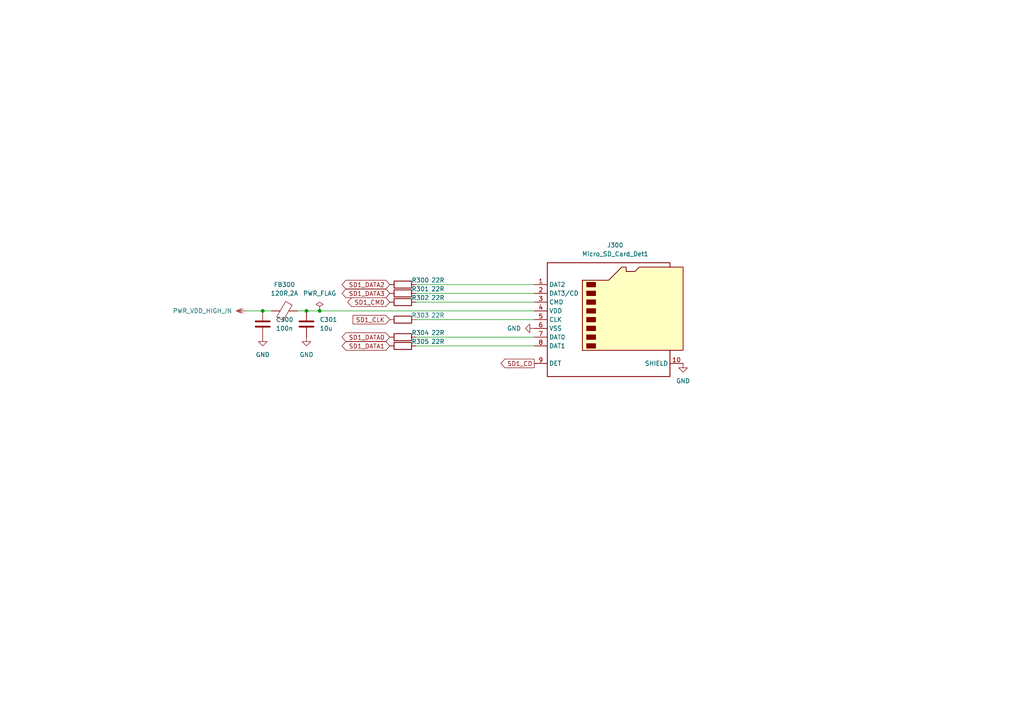
<source format=kicad_sch>
(kicad_sch
	(version 20231120)
	(generator "eeschema")
	(generator_version "8.0")
	(uuid "bee1ea96-3252-4d52-864d-e2ef67d9de4b")
	(paper "A4")
	(title_block
		(title "i.MX6ULL Carrier - SD")
		(date "2024-06-14")
		(rev "0.9.2")
	)
	(lib_symbols
		(symbol "Connector:Micro_SD_Card_Det1"
			(exclude_from_sim no)
			(in_bom yes)
			(on_board yes)
			(property "Reference" "J"
				(at -16.51 17.78 0)
				(effects
					(font
						(size 1.27 1.27)
					)
				)
			)
			(property "Value" "Micro_SD_Card_Det1"
				(at 16.51 17.78 0)
				(effects
					(font
						(size 1.27 1.27)
					)
					(justify right)
				)
			)
			(property "Footprint" ""
				(at 52.07 17.78 0)
				(effects
					(font
						(size 1.27 1.27)
					)
					(hide yes)
				)
			)
			(property "Datasheet" "https://datasheet.lcsc.com/lcsc/2110151630_XKB-Connectivity-XKTF-015-N_C381082.pdf"
				(at 0 2.54 0)
				(effects
					(font
						(size 1.27 1.27)
					)
					(hide yes)
				)
			)
			(property "Description" "Micro SD Card Socket with one card detection pin"
				(at 0 0 0)
				(effects
					(font
						(size 1.27 1.27)
					)
					(hide yes)
				)
			)
			(property "ki_keywords" "connector SD microsd"
				(at 0 0 0)
				(effects
					(font
						(size 1.27 1.27)
					)
					(hide yes)
				)
			)
			(property "ki_fp_filters" "microSD*"
				(at 0 0 0)
				(effects
					(font
						(size 1.27 1.27)
					)
					(hide yes)
				)
			)
			(symbol "Micro_SD_Card_Det1_0_1"
				(rectangle
					(start -7.62 -6.985)
					(end -5.08 -8.255)
					(stroke
						(width 0.254)
						(type default)
					)
					(fill
						(type outline)
					)
				)
				(rectangle
					(start -7.62 -4.445)
					(end -5.08 -5.715)
					(stroke
						(width 0.254)
						(type default)
					)
					(fill
						(type outline)
					)
				)
				(rectangle
					(start -7.62 -1.905)
					(end -5.08 -3.175)
					(stroke
						(width 0.254)
						(type default)
					)
					(fill
						(type outline)
					)
				)
				(rectangle
					(start -7.62 0.635)
					(end -5.08 -0.635)
					(stroke
						(width 0.254)
						(type default)
					)
					(fill
						(type outline)
					)
				)
				(rectangle
					(start -7.62 3.175)
					(end -5.08 1.905)
					(stroke
						(width 0.254)
						(type default)
					)
					(fill
						(type outline)
					)
				)
				(rectangle
					(start -7.62 5.715)
					(end -5.08 4.445)
					(stroke
						(width 0.254)
						(type default)
					)
					(fill
						(type outline)
					)
				)
				(rectangle
					(start -7.62 8.255)
					(end -5.08 6.985)
					(stroke
						(width 0.254)
						(type default)
					)
					(fill
						(type outline)
					)
				)
				(rectangle
					(start -7.62 10.795)
					(end -5.08 9.525)
					(stroke
						(width 0.254)
						(type default)
					)
					(fill
						(type outline)
					)
				)
				(polyline
					(pts
						(xy 16.51 15.24) (xy 16.51 16.51) (xy -19.05 16.51) (xy -19.05 -16.51) (xy 16.51 -16.51) (xy 16.51 -8.89)
					)
					(stroke
						(width 0.254)
						(type default)
					)
					(fill
						(type none)
					)
				)
				(polyline
					(pts
						(xy -8.89 -8.89) (xy -8.89 11.43) (xy -1.27 11.43) (xy 2.54 15.24) (xy 3.81 15.24) (xy 3.81 13.97)
						(xy 6.35 13.97) (xy 7.62 15.24) (xy 20.32 15.24) (xy 20.32 -8.89) (xy -8.89 -8.89)
					)
					(stroke
						(width 0.254)
						(type default)
					)
					(fill
						(type background)
					)
				)
			)
			(symbol "Micro_SD_Card_Det1_1_1"
				(pin bidirectional line
					(at -22.86 10.16 0)
					(length 3.81)
					(name "DAT2"
						(effects
							(font
								(size 1.27 1.27)
							)
						)
					)
					(number "1"
						(effects
							(font
								(size 1.27 1.27)
							)
						)
					)
				)
				(pin passive line
					(at 20.32 -12.7 180)
					(length 3.81)
					(name "SHIELD"
						(effects
							(font
								(size 1.27 1.27)
							)
						)
					)
					(number "10"
						(effects
							(font
								(size 1.27 1.27)
							)
						)
					)
				)
				(pin bidirectional line
					(at -22.86 7.62 0)
					(length 3.81)
					(name "DAT3/CD"
						(effects
							(font
								(size 1.27 1.27)
							)
						)
					)
					(number "2"
						(effects
							(font
								(size 1.27 1.27)
							)
						)
					)
				)
				(pin input line
					(at -22.86 5.08 0)
					(length 3.81)
					(name "CMD"
						(effects
							(font
								(size 1.27 1.27)
							)
						)
					)
					(number "3"
						(effects
							(font
								(size 1.27 1.27)
							)
						)
					)
				)
				(pin power_in line
					(at -22.86 2.54 0)
					(length 3.81)
					(name "VDD"
						(effects
							(font
								(size 1.27 1.27)
							)
						)
					)
					(number "4"
						(effects
							(font
								(size 1.27 1.27)
							)
						)
					)
				)
				(pin input line
					(at -22.86 0 0)
					(length 3.81)
					(name "CLK"
						(effects
							(font
								(size 1.27 1.27)
							)
						)
					)
					(number "5"
						(effects
							(font
								(size 1.27 1.27)
							)
						)
					)
				)
				(pin power_in line
					(at -22.86 -2.54 0)
					(length 3.81)
					(name "VSS"
						(effects
							(font
								(size 1.27 1.27)
							)
						)
					)
					(number "6"
						(effects
							(font
								(size 1.27 1.27)
							)
						)
					)
				)
				(pin bidirectional line
					(at -22.86 -5.08 0)
					(length 3.81)
					(name "DAT0"
						(effects
							(font
								(size 1.27 1.27)
							)
						)
					)
					(number "7"
						(effects
							(font
								(size 1.27 1.27)
							)
						)
					)
				)
				(pin bidirectional line
					(at -22.86 -7.62 0)
					(length 3.81)
					(name "DAT1"
						(effects
							(font
								(size 1.27 1.27)
							)
						)
					)
					(number "8"
						(effects
							(font
								(size 1.27 1.27)
							)
						)
					)
				)
				(pin passive line
					(at -22.86 -12.7 0)
					(length 3.81)
					(name "DET"
						(effects
							(font
								(size 1.27 1.27)
							)
						)
					)
					(number "9"
						(effects
							(font
								(size 1.27 1.27)
							)
						)
					)
				)
			)
		)
		(symbol "Device:C"
			(pin_numbers hide)
			(pin_names
				(offset 0.254)
			)
			(exclude_from_sim no)
			(in_bom yes)
			(on_board yes)
			(property "Reference" "C"
				(at 0.635 2.54 0)
				(effects
					(font
						(size 1.27 1.27)
					)
					(justify left)
				)
			)
			(property "Value" "C"
				(at 0.635 -2.54 0)
				(effects
					(font
						(size 1.27 1.27)
					)
					(justify left)
				)
			)
			(property "Footprint" ""
				(at 0.9652 -3.81 0)
				(effects
					(font
						(size 1.27 1.27)
					)
					(hide yes)
				)
			)
			(property "Datasheet" "~"
				(at 0 0 0)
				(effects
					(font
						(size 1.27 1.27)
					)
					(hide yes)
				)
			)
			(property "Description" "Unpolarized capacitor"
				(at 0 0 0)
				(effects
					(font
						(size 1.27 1.27)
					)
					(hide yes)
				)
			)
			(property "ki_keywords" "cap capacitor"
				(at 0 0 0)
				(effects
					(font
						(size 1.27 1.27)
					)
					(hide yes)
				)
			)
			(property "ki_fp_filters" "C_*"
				(at 0 0 0)
				(effects
					(font
						(size 1.27 1.27)
					)
					(hide yes)
				)
			)
			(symbol "C_0_1"
				(polyline
					(pts
						(xy -2.032 -0.762) (xy 2.032 -0.762)
					)
					(stroke
						(width 0.508)
						(type default)
					)
					(fill
						(type none)
					)
				)
				(polyline
					(pts
						(xy -2.032 0.762) (xy 2.032 0.762)
					)
					(stroke
						(width 0.508)
						(type default)
					)
					(fill
						(type none)
					)
				)
			)
			(symbol "C_1_1"
				(pin passive line
					(at 0 3.81 270)
					(length 2.794)
					(name "~"
						(effects
							(font
								(size 1.27 1.27)
							)
						)
					)
					(number "1"
						(effects
							(font
								(size 1.27 1.27)
							)
						)
					)
				)
				(pin passive line
					(at 0 -3.81 90)
					(length 2.794)
					(name "~"
						(effects
							(font
								(size 1.27 1.27)
							)
						)
					)
					(number "2"
						(effects
							(font
								(size 1.27 1.27)
							)
						)
					)
				)
			)
		)
		(symbol "Device:FerriteBead"
			(pin_numbers hide)
			(pin_names
				(offset 0)
			)
			(exclude_from_sim no)
			(in_bom yes)
			(on_board yes)
			(property "Reference" "FB"
				(at -3.81 0.635 90)
				(effects
					(font
						(size 1.27 1.27)
					)
				)
			)
			(property "Value" "FerriteBead"
				(at 3.81 0 90)
				(effects
					(font
						(size 1.27 1.27)
					)
				)
			)
			(property "Footprint" ""
				(at -1.778 0 90)
				(effects
					(font
						(size 1.27 1.27)
					)
					(hide yes)
				)
			)
			(property "Datasheet" "~"
				(at 0 0 0)
				(effects
					(font
						(size 1.27 1.27)
					)
					(hide yes)
				)
			)
			(property "Description" "Ferrite bead"
				(at 0 0 0)
				(effects
					(font
						(size 1.27 1.27)
					)
					(hide yes)
				)
			)
			(property "ki_keywords" "L ferrite bead inductor filter"
				(at 0 0 0)
				(effects
					(font
						(size 1.27 1.27)
					)
					(hide yes)
				)
			)
			(property "ki_fp_filters" "Inductor_* L_* *Ferrite*"
				(at 0 0 0)
				(effects
					(font
						(size 1.27 1.27)
					)
					(hide yes)
				)
			)
			(symbol "FerriteBead_0_1"
				(polyline
					(pts
						(xy 0 -1.27) (xy 0 -1.2192)
					)
					(stroke
						(width 0)
						(type default)
					)
					(fill
						(type none)
					)
				)
				(polyline
					(pts
						(xy 0 1.27) (xy 0 1.2954)
					)
					(stroke
						(width 0)
						(type default)
					)
					(fill
						(type none)
					)
				)
				(polyline
					(pts
						(xy -2.7686 0.4064) (xy -1.7018 2.2606) (xy 2.7686 -0.3048) (xy 1.6764 -2.159) (xy -2.7686 0.4064)
					)
					(stroke
						(width 0)
						(type default)
					)
					(fill
						(type none)
					)
				)
			)
			(symbol "FerriteBead_1_1"
				(pin passive line
					(at 0 3.81 270)
					(length 2.54)
					(name "~"
						(effects
							(font
								(size 1.27 1.27)
							)
						)
					)
					(number "1"
						(effects
							(font
								(size 1.27 1.27)
							)
						)
					)
				)
				(pin passive line
					(at 0 -3.81 90)
					(length 2.54)
					(name "~"
						(effects
							(font
								(size 1.27 1.27)
							)
						)
					)
					(number "2"
						(effects
							(font
								(size 1.27 1.27)
							)
						)
					)
				)
			)
		)
		(symbol "Device:R"
			(pin_numbers hide)
			(pin_names
				(offset 0)
			)
			(exclude_from_sim no)
			(in_bom yes)
			(on_board yes)
			(property "Reference" "R"
				(at 2.032 0 90)
				(effects
					(font
						(size 1.27 1.27)
					)
				)
			)
			(property "Value" "R"
				(at 0 0 90)
				(effects
					(font
						(size 1.27 1.27)
					)
				)
			)
			(property "Footprint" ""
				(at -1.778 0 90)
				(effects
					(font
						(size 1.27 1.27)
					)
					(hide yes)
				)
			)
			(property "Datasheet" "~"
				(at 0 0 0)
				(effects
					(font
						(size 1.27 1.27)
					)
					(hide yes)
				)
			)
			(property "Description" "Resistor"
				(at 0 0 0)
				(effects
					(font
						(size 1.27 1.27)
					)
					(hide yes)
				)
			)
			(property "ki_keywords" "R res resistor"
				(at 0 0 0)
				(effects
					(font
						(size 1.27 1.27)
					)
					(hide yes)
				)
			)
			(property "ki_fp_filters" "R_*"
				(at 0 0 0)
				(effects
					(font
						(size 1.27 1.27)
					)
					(hide yes)
				)
			)
			(symbol "R_0_1"
				(rectangle
					(start -1.016 -2.54)
					(end 1.016 2.54)
					(stroke
						(width 0.254)
						(type default)
					)
					(fill
						(type none)
					)
				)
			)
			(symbol "R_1_1"
				(pin passive line
					(at 0 3.81 270)
					(length 1.27)
					(name "~"
						(effects
							(font
								(size 1.27 1.27)
							)
						)
					)
					(number "1"
						(effects
							(font
								(size 1.27 1.27)
							)
						)
					)
				)
				(pin passive line
					(at 0 -3.81 90)
					(length 1.27)
					(name "~"
						(effects
							(font
								(size 1.27 1.27)
							)
						)
					)
					(number "2"
						(effects
							(font
								(size 1.27 1.27)
							)
						)
					)
				)
			)
		)
		(symbol "PWR_VDD_HIGH_IN_1"
			(power)
			(pin_numbers hide)
			(pin_names hide)
			(exclude_from_sim no)
			(in_bom no)
			(on_board no)
			(property "Reference" "#PWR_VDD_HIGH_IN"
				(at 0 0 0)
				(effects
					(font
						(size 1.27 1.27)
					)
					(hide yes)
				)
			)
			(property "Value" "PWR_VDD_HIGH_IN"
				(at 0 0 0)
				(effects
					(font
						(size 1.27 1.27)
					)
				)
			)
			(property "Footprint" ""
				(at 0 0 0)
				(effects
					(font
						(size 1.27 1.27)
					)
					(hide yes)
				)
			)
			(property "Datasheet" ""
				(at 0 0 0)
				(effects
					(font
						(size 1.27 1.27)
					)
					(hide yes)
				)
			)
			(property "Description" ""
				(at 0 0 0)
				(effects
					(font
						(size 1.27 1.27)
					)
					(hide yes)
				)
			)
			(symbol "PWR_VDD_HIGH_IN_1_0_1"
				(polyline
					(pts
						(xy -0.635 0.635) (xy 0 1.905)
					)
					(stroke
						(width 0)
						(type default)
					)
					(fill
						(type none)
					)
				)
				(polyline
					(pts
						(xy -0.635 1.27) (xy 0 2.54)
					)
					(stroke
						(width 0)
						(type default)
					)
					(fill
						(type none)
					)
				)
				(polyline
					(pts
						(xy 0 2.54) (xy 0 0)
					)
					(stroke
						(width 0)
						(type default)
					)
					(fill
						(type none)
					)
				)
				(polyline
					(pts
						(xy 0.635 0.635) (xy 0 1.905)
					)
					(stroke
						(width 0)
						(type default)
					)
					(fill
						(type none)
					)
				)
				(polyline
					(pts
						(xy 0.635 1.27) (xy 0 2.54)
					)
					(stroke
						(width 0)
						(type default)
					)
					(fill
						(type none)
					)
				)
			)
			(symbol "PWR_VDD_HIGH_IN_1_1_1"
				(pin power_in line
					(at 0 0 0)
					(length 0)
					(name ""
						(effects
							(font
								(size 1.27 1.27)
							)
						)
					)
					(number "1"
						(effects
							(font
								(size 1.27 1.27)
							)
						)
					)
				)
			)
		)
		(symbol "power:GND"
			(power)
			(pin_numbers hide)
			(pin_names
				(offset 0) hide)
			(exclude_from_sim no)
			(in_bom yes)
			(on_board yes)
			(property "Reference" "#PWR"
				(at 0 -6.35 0)
				(effects
					(font
						(size 1.27 1.27)
					)
					(hide yes)
				)
			)
			(property "Value" "GND"
				(at 0 -3.81 0)
				(effects
					(font
						(size 1.27 1.27)
					)
				)
			)
			(property "Footprint" ""
				(at 0 0 0)
				(effects
					(font
						(size 1.27 1.27)
					)
					(hide yes)
				)
			)
			(property "Datasheet" ""
				(at 0 0 0)
				(effects
					(font
						(size 1.27 1.27)
					)
					(hide yes)
				)
			)
			(property "Description" "Power symbol creates a global label with name \"GND\" , ground"
				(at 0 0 0)
				(effects
					(font
						(size 1.27 1.27)
					)
					(hide yes)
				)
			)
			(property "ki_keywords" "global power"
				(at 0 0 0)
				(effects
					(font
						(size 1.27 1.27)
					)
					(hide yes)
				)
			)
			(symbol "GND_0_1"
				(polyline
					(pts
						(xy 0 0) (xy 0 -1.27) (xy 1.27 -1.27) (xy 0 -2.54) (xy -1.27 -1.27) (xy 0 -1.27)
					)
					(stroke
						(width 0)
						(type default)
					)
					(fill
						(type none)
					)
				)
			)
			(symbol "GND_1_1"
				(pin power_in line
					(at 0 0 270)
					(length 0)
					(name "~"
						(effects
							(font
								(size 1.27 1.27)
							)
						)
					)
					(number "1"
						(effects
							(font
								(size 1.27 1.27)
							)
						)
					)
				)
			)
		)
		(symbol "power:PWR_FLAG"
			(power)
			(pin_numbers hide)
			(pin_names
				(offset 0) hide)
			(exclude_from_sim no)
			(in_bom yes)
			(on_board yes)
			(property "Reference" "#FLG"
				(at 0 1.905 0)
				(effects
					(font
						(size 1.27 1.27)
					)
					(hide yes)
				)
			)
			(property "Value" "PWR_FLAG"
				(at 0 3.81 0)
				(effects
					(font
						(size 1.27 1.27)
					)
				)
			)
			(property "Footprint" ""
				(at 0 0 0)
				(effects
					(font
						(size 1.27 1.27)
					)
					(hide yes)
				)
			)
			(property "Datasheet" "~"
				(at 0 0 0)
				(effects
					(font
						(size 1.27 1.27)
					)
					(hide yes)
				)
			)
			(property "Description" "Special symbol for telling ERC where power comes from"
				(at 0 0 0)
				(effects
					(font
						(size 1.27 1.27)
					)
					(hide yes)
				)
			)
			(property "ki_keywords" "flag power"
				(at 0 0 0)
				(effects
					(font
						(size 1.27 1.27)
					)
					(hide yes)
				)
			)
			(symbol "PWR_FLAG_0_0"
				(pin power_out line
					(at 0 0 90)
					(length 0)
					(name "~"
						(effects
							(font
								(size 1.27 1.27)
							)
						)
					)
					(number "1"
						(effects
							(font
								(size 1.27 1.27)
							)
						)
					)
				)
			)
			(symbol "PWR_FLAG_0_1"
				(polyline
					(pts
						(xy 0 0) (xy 0 1.27) (xy -1.016 1.905) (xy 0 2.54) (xy 1.016 1.905) (xy 0 1.27)
					)
					(stroke
						(width 0)
						(type default)
					)
					(fill
						(type none)
					)
				)
			)
		)
	)
	(junction
		(at 76.2 90.17)
		(diameter 0)
		(color 0 0 0 0)
		(uuid "6b387e22-4727-4de6-88f2-5b9efd66524d")
	)
	(junction
		(at 92.71 90.17)
		(diameter 0)
		(color 0 0 0 0)
		(uuid "d47c51eb-bef9-482a-98d8-29b2e47b57cb")
	)
	(junction
		(at 88.9 90.17)
		(diameter 0)
		(color 0 0 0 0)
		(uuid "ebbacb87-2121-4c58-8a5a-008438d9b6dc")
	)
	(wire
		(pts
			(xy 76.2 90.17) (xy 78.74 90.17)
		)
		(stroke
			(width 0)
			(type default)
		)
		(uuid "04cd73c7-a27c-46f6-ba65-1cab949b1e09")
	)
	(wire
		(pts
			(xy 88.9 90.17) (xy 92.71 90.17)
		)
		(stroke
			(width 0)
			(type default)
		)
		(uuid "1215b418-6a2c-4b88-bbd9-5e52293418b1")
	)
	(wire
		(pts
			(xy 120.65 85.09) (xy 154.94 85.09)
		)
		(stroke
			(width 0)
			(type default)
		)
		(uuid "1def8485-1835-484a-9436-e3f4a9c5a285")
	)
	(wire
		(pts
			(xy 86.36 90.17) (xy 88.9 90.17)
		)
		(stroke
			(width 0)
			(type default)
		)
		(uuid "27a422b5-787c-4e96-ad0e-b8c5d30cac6e")
	)
	(wire
		(pts
			(xy 71.12 90.17) (xy 76.2 90.17)
		)
		(stroke
			(width 0)
			(type default)
		)
		(uuid "31bf7590-68b9-4d78-acdc-02c8b18d3c1c")
	)
	(wire
		(pts
			(xy 120.65 100.33) (xy 154.94 100.33)
		)
		(stroke
			(width 0)
			(type default)
		)
		(uuid "6338fc5e-af73-4cb3-942d-0d595d7ad63f")
	)
	(wire
		(pts
			(xy 120.65 97.79) (xy 154.94 97.79)
		)
		(stroke
			(width 0)
			(type default)
		)
		(uuid "772897ba-97ae-4ae9-b5a6-0f18b9044b5c")
	)
	(wire
		(pts
			(xy 120.65 92.71) (xy 154.94 92.71)
		)
		(stroke
			(width 0)
			(type default)
		)
		(uuid "9b287ec5-52c6-40fa-9436-be23de140126")
	)
	(wire
		(pts
			(xy 120.65 87.63) (xy 154.94 87.63)
		)
		(stroke
			(width 0)
			(type default)
		)
		(uuid "d8d0d658-0a03-45a5-b90c-da414ac0faca")
	)
	(wire
		(pts
			(xy 120.65 82.55) (xy 154.94 82.55)
		)
		(stroke
			(width 0)
			(type default)
		)
		(uuid "f28d5115-fe06-420c-bc9f-d8f5c79d8dd1")
	)
	(wire
		(pts
			(xy 92.71 90.17) (xy 154.94 90.17)
		)
		(stroke
			(width 0)
			(type default)
		)
		(uuid "fb333fb7-b7f4-4e77-8b0e-bef8e5785461")
	)
	(global_label "SD1_DATA1"
		(shape bidirectional)
		(at 113.03 100.33 180)
		(effects
			(font
				(size 1.27 1.27)
			)
			(justify right)
		)
		(uuid "44222fd4-3009-47dd-be4c-a72d00f51dbe")
		(property "Intersheetrefs" "${INTERSHEET_REFS}"
			(at 113.03 100.33 0)
			(effects
				(font
					(size 1.27 1.27)
				)
				(hide yes)
			)
		)
	)
	(global_label "SD1_CD"
		(shape output)
		(at 154.94 105.41 180)
		(fields_autoplaced yes)
		(effects
			(font
				(size 1.27 1.27)
			)
			(justify right)
		)
		(uuid "56da73a8-8a1c-4a8f-b124-08d34c244b4f")
		(property "Intersheetrefs" "${INTERSHEET_REFS}"
			(at 144.7582 105.41 0)
			(effects
				(font
					(size 1.27 1.27)
				)
				(justify right)
				(hide yes)
			)
		)
	)
	(global_label "SD1_DATA3"
		(shape bidirectional)
		(at 113.03 85.09 180)
		(effects
			(font
				(size 1.27 1.27)
			)
			(justify right)
		)
		(uuid "62a2f669-a37c-4dcc-8a2c-1674ff4b696d")
		(property "Intersheetrefs" "${INTERSHEET_REFS}"
			(at 113.03 85.09 0)
			(effects
				(font
					(size 1.27 1.27)
				)
				(hide yes)
			)
		)
	)
	(global_label "SD1_CMD"
		(shape bidirectional)
		(at 113.03 87.63 180)
		(fields_autoplaced yes)
		(effects
			(font
				(size 1.27 1.27)
			)
			(justify right)
		)
		(uuid "83aac02f-688f-4e4c-ac72-83081d4c93a5")
		(property "Intersheetrefs" "${INTERSHEET_REFS}"
			(at 100.2855 87.63 0)
			(effects
				(font
					(size 1.27 1.27)
				)
				(justify right)
				(hide yes)
			)
		)
	)
	(global_label "SD1_DATA2"
		(shape bidirectional)
		(at 113.03 82.55 180)
		(effects
			(font
				(size 1.27 1.27)
			)
			(justify right)
		)
		(uuid "88fd64e8-b2ff-4eb6-b338-b8081fbf35f8")
		(property "Intersheetrefs" "${INTERSHEET_REFS}"
			(at 113.03 82.55 0)
			(effects
				(font
					(size 1.27 1.27)
				)
				(hide yes)
			)
		)
	)
	(global_label "SD1_CLK"
		(shape input)
		(at 113.03 92.71 180)
		(fields_autoplaced yes)
		(effects
			(font
				(size 1.27 1.27)
			)
			(justify right)
		)
		(uuid "e4bd8fac-017c-408f-852a-8dbb30bbd4c9")
		(property "Intersheetrefs" "${INTERSHEET_REFS}"
			(at 101.8201 92.71 0)
			(effects
				(font
					(size 1.27 1.27)
				)
				(justify right)
				(hide yes)
			)
		)
	)
	(global_label "SD1_DATA0"
		(shape bidirectional)
		(at 113.03 97.79 180)
		(effects
			(font
				(size 1.27 1.27)
			)
			(justify right)
		)
		(uuid "ea251241-e426-4340-a4fd-3ad26a61cef2")
		(property "Intersheetrefs" "${INTERSHEET_REFS}"
			(at 113.03 97.79 0)
			(effects
				(font
					(size 1.27 1.27)
				)
				(hide yes)
			)
		)
	)
	(symbol
		(lib_id "Device:C")
		(at 88.9 93.98 0)
		(unit 1)
		(exclude_from_sim no)
		(in_bom yes)
		(on_board yes)
		(dnp no)
		(fields_autoplaced yes)
		(uuid "05c418c4-8810-440a-8b31-a91670965e82")
		(property "Reference" "C301"
			(at 92.71 92.7099 0)
			(effects
				(font
					(size 1.27 1.27)
				)
				(justify left)
			)
		)
		(property "Value" "10u"
			(at 92.71 95.2499 0)
			(effects
				(font
					(size 1.27 1.27)
				)
				(justify left)
			)
		)
		(property "Footprint" "Capacitor_SMD:C_0603_1608Metric"
			(at 89.8652 97.79 0)
			(effects
				(font
					(size 1.27 1.27)
				)
				(hide yes)
			)
		)
		(property "Datasheet" "~"
			(at 88.9 93.98 0)
			(effects
				(font
					(size 1.27 1.27)
				)
				(hide yes)
			)
		)
		(property "Description" "Unpolarized capacitor"
			(at 88.9 93.98 0)
			(effects
				(font
					(size 1.27 1.27)
				)
				(hide yes)
			)
		)
		(pin "1"
			(uuid "f28b05d5-4e73-4c3b-b2aa-6083e9094641")
		)
		(pin "2"
			(uuid "e0044d03-0aaf-4882-b36b-9b14d22ffe5d")
		)
		(instances
			(project "i.MX6ULL Carrier"
				(path "/b811b355-39e8-4ef4-949d-2a1589ccc51f/8bcf67c9-fb94-4a40-9df9-7f04061c7a36"
					(reference "C301")
					(unit 1)
				)
			)
		)
	)
	(symbol
		(lib_name "PWR_VDD_HIGH_IN_1")
		(lib_id "i.MX6ULL Carrier:PWR_VDD_HIGH_IN")
		(at 71.12 90.17 90)
		(unit 1)
		(exclude_from_sim no)
		(in_bom no)
		(on_board no)
		(dnp no)
		(fields_autoplaced yes)
		(uuid "24e611c4-5b46-4f27-98ff-d18d4ca0c94c")
		(property "Reference" "#PWR_VDD_HIGH_IN0300"
			(at 71.12 90.17 0)
			(effects
				(font
					(size 1.27 1.27)
				)
				(hide yes)
			)
		)
		(property "Value" "PWR_VDD_HIGH_IN"
			(at 67.31 90.1699 90)
			(effects
				(font
					(size 1.27 1.27)
				)
				(justify left)
			)
		)
		(property "Footprint" ""
			(at 71.12 90.17 0)
			(effects
				(font
					(size 1.27 1.27)
				)
				(hide yes)
			)
		)
		(property "Datasheet" ""
			(at 71.12 90.17 0)
			(effects
				(font
					(size 1.27 1.27)
				)
				(hide yes)
			)
		)
		(property "Description" ""
			(at 71.12 90.17 0)
			(effects
				(font
					(size 1.27 1.27)
				)
				(hide yes)
			)
		)
		(pin "1"
			(uuid "6a62fc54-cde5-42de-8b8a-8030c31dfc89")
		)
		(instances
			(project "i.MX6ULL Carrier"
				(path "/b811b355-39e8-4ef4-949d-2a1589ccc51f/8bcf67c9-fb94-4a40-9df9-7f04061c7a36"
					(reference "#PWR_VDD_HIGH_IN0300")
					(unit 1)
				)
			)
		)
	)
	(symbol
		(lib_id "power:GND")
		(at 154.94 95.25 270)
		(unit 1)
		(exclude_from_sim no)
		(in_bom yes)
		(on_board yes)
		(dnp no)
		(fields_autoplaced yes)
		(uuid "3007647e-c999-436a-b18b-82aabd3d301e")
		(property "Reference" "#PWR0300"
			(at 148.59 95.25 0)
			(effects
				(font
					(size 1.27 1.27)
				)
				(hide yes)
			)
		)
		(property "Value" "GND"
			(at 151.13 95.2499 90)
			(effects
				(font
					(size 1.27 1.27)
				)
				(justify right)
			)
		)
		(property "Footprint" ""
			(at 154.94 95.25 0)
			(effects
				(font
					(size 1.27 1.27)
				)
				(hide yes)
			)
		)
		(property "Datasheet" ""
			(at 154.94 95.25 0)
			(effects
				(font
					(size 1.27 1.27)
				)
				(hide yes)
			)
		)
		(property "Description" "Power symbol creates a global label with name \"GND\" , ground"
			(at 154.94 95.25 0)
			(effects
				(font
					(size 1.27 1.27)
				)
				(hide yes)
			)
		)
		(pin "1"
			(uuid "c3525a9f-2851-4306-b375-ece3de26286c")
		)
		(instances
			(project "i.MX6ULL Carrier"
				(path "/b811b355-39e8-4ef4-949d-2a1589ccc51f/8bcf67c9-fb94-4a40-9df9-7f04061c7a36"
					(reference "#PWR0300")
					(unit 1)
				)
			)
		)
	)
	(symbol
		(lib_id "Device:R")
		(at 116.84 82.55 270)
		(unit 1)
		(exclude_from_sim no)
		(in_bom yes)
		(on_board yes)
		(dnp no)
		(uuid "321b93df-d50c-4ce1-86c5-dd260191d538")
		(property "Reference" "R300"
			(at 121.92 81.28 90)
			(effects
				(font
					(size 1.27 1.27)
				)
			)
		)
		(property "Value" "22R"
			(at 127 81.28 90)
			(effects
				(font
					(size 1.27 1.27)
				)
			)
		)
		(property "Footprint" "Resistor_SMD:R_0603_1608Metric"
			(at 116.84 80.772 90)
			(effects
				(font
					(size 1.27 1.27)
				)
				(hide yes)
			)
		)
		(property "Datasheet" "~"
			(at 116.84 82.55 0)
			(effects
				(font
					(size 1.27 1.27)
				)
				(hide yes)
			)
		)
		(property "Description" "Resistor"
			(at 116.84 82.55 0)
			(effects
				(font
					(size 1.27 1.27)
				)
				(hide yes)
			)
		)
		(pin "2"
			(uuid "da8d3727-4dff-47f5-842e-2ce9cb5b0847")
		)
		(pin "1"
			(uuid "4aa2f37d-5134-44c0-b9c2-f18054651b70")
		)
		(instances
			(project "i.MX6ULL Carrier"
				(path "/b811b355-39e8-4ef4-949d-2a1589ccc51f/8bcf67c9-fb94-4a40-9df9-7f04061c7a36"
					(reference "R300")
					(unit 1)
				)
			)
		)
	)
	(symbol
		(lib_id "Device:R")
		(at 116.84 85.09 270)
		(unit 1)
		(exclude_from_sim no)
		(in_bom yes)
		(on_board yes)
		(dnp no)
		(uuid "4899e8e0-dd1f-4fa0-bee2-fb53cc232c3a")
		(property "Reference" "R301"
			(at 121.92 83.82 90)
			(effects
				(font
					(size 1.27 1.27)
				)
			)
		)
		(property "Value" "22R"
			(at 127 83.82 90)
			(effects
				(font
					(size 1.27 1.27)
				)
			)
		)
		(property "Footprint" "Resistor_SMD:R_0603_1608Metric"
			(at 116.84 83.312 90)
			(effects
				(font
					(size 1.27 1.27)
				)
				(hide yes)
			)
		)
		(property "Datasheet" "~"
			(at 116.84 85.09 0)
			(effects
				(font
					(size 1.27 1.27)
				)
				(hide yes)
			)
		)
		(property "Description" "Resistor"
			(at 116.84 85.09 0)
			(effects
				(font
					(size 1.27 1.27)
				)
				(hide yes)
			)
		)
		(pin "2"
			(uuid "d2c0cda7-0276-4236-adb8-b03239dead7b")
		)
		(pin "1"
			(uuid "fceac40c-ee1e-46f7-8f97-dc4125472317")
		)
		(instances
			(project "i.MX6ULL Carrier"
				(path "/b811b355-39e8-4ef4-949d-2a1589ccc51f/8bcf67c9-fb94-4a40-9df9-7f04061c7a36"
					(reference "R301")
					(unit 1)
				)
			)
		)
	)
	(symbol
		(lib_id "power:PWR_FLAG")
		(at 92.71 90.17 0)
		(unit 1)
		(exclude_from_sim no)
		(in_bom yes)
		(on_board yes)
		(dnp no)
		(fields_autoplaced yes)
		(uuid "4d7766fa-80a1-4004-8807-a6f41e7fefc5")
		(property "Reference" "#FLG0300"
			(at 92.71 88.265 0)
			(effects
				(font
					(size 1.27 1.27)
				)
				(hide yes)
			)
		)
		(property "Value" "PWR_FLAG"
			(at 92.71 85.09 0)
			(effects
				(font
					(size 1.27 1.27)
				)
			)
		)
		(property "Footprint" ""
			(at 92.71 90.17 0)
			(effects
				(font
					(size 1.27 1.27)
				)
				(hide yes)
			)
		)
		(property "Datasheet" "~"
			(at 92.71 90.17 0)
			(effects
				(font
					(size 1.27 1.27)
				)
				(hide yes)
			)
		)
		(property "Description" "Special symbol for telling ERC where power comes from"
			(at 92.71 90.17 0)
			(effects
				(font
					(size 1.27 1.27)
				)
				(hide yes)
			)
		)
		(pin "1"
			(uuid "3ccc859c-46a0-46b3-88dd-bd92453e389f")
		)
		(instances
			(project "i.MX6ULL Carrier"
				(path "/b811b355-39e8-4ef4-949d-2a1589ccc51f/8bcf67c9-fb94-4a40-9df9-7f04061c7a36"
					(reference "#FLG0300")
					(unit 1)
				)
			)
		)
	)
	(symbol
		(lib_id "Device:FerriteBead")
		(at 82.55 90.17 90)
		(unit 1)
		(exclude_from_sim no)
		(in_bom yes)
		(on_board yes)
		(dnp no)
		(fields_autoplaced yes)
		(uuid "5c966861-580d-4b74-beb9-ed05b25d9dc1")
		(property "Reference" "FB300"
			(at 82.4992 82.55 90)
			(effects
				(font
					(size 1.27 1.27)
				)
			)
		)
		(property "Value" "120R,2A"
			(at 82.4992 85.09 90)
			(effects
				(font
					(size 1.27 1.27)
				)
			)
		)
		(property "Footprint" "Inductor_SMD:L_0603_1608Metric"
			(at 82.55 91.948 90)
			(effects
				(font
					(size 1.27 1.27)
				)
				(hide yes)
			)
		)
		(property "Datasheet" "~"
			(at 82.55 90.17 0)
			(effects
				(font
					(size 1.27 1.27)
				)
				(hide yes)
			)
		)
		(property "Description" "Ferrite bead"
			(at 82.55 90.17 0)
			(effects
				(font
					(size 1.27 1.27)
				)
				(hide yes)
			)
		)
		(pin "2"
			(uuid "4dfaab40-14b1-471a-b4a0-ed0dddfbae2b")
		)
		(pin "1"
			(uuid "9d895dbb-2fc4-48e0-9f79-cf635ea8786e")
		)
		(instances
			(project "i.MX6ULL Carrier"
				(path "/b811b355-39e8-4ef4-949d-2a1589ccc51f/8bcf67c9-fb94-4a40-9df9-7f04061c7a36"
					(reference "FB300")
					(unit 1)
				)
			)
		)
	)
	(symbol
		(lib_id "power:GND")
		(at 88.9 97.79 0)
		(unit 1)
		(exclude_from_sim no)
		(in_bom yes)
		(on_board yes)
		(dnp no)
		(fields_autoplaced yes)
		(uuid "6c7fbc6a-1329-4ffe-97dd-da6cde53d76f")
		(property "Reference" "#PWR0302"
			(at 88.9 104.14 0)
			(effects
				(font
					(size 1.27 1.27)
				)
				(hide yes)
			)
		)
		(property "Value" "GND"
			(at 88.9 102.87 0)
			(effects
				(font
					(size 1.27 1.27)
				)
			)
		)
		(property "Footprint" ""
			(at 88.9 97.79 0)
			(effects
				(font
					(size 1.27 1.27)
				)
				(hide yes)
			)
		)
		(property "Datasheet" ""
			(at 88.9 97.79 0)
			(effects
				(font
					(size 1.27 1.27)
				)
				(hide yes)
			)
		)
		(property "Description" "Power symbol creates a global label with name \"GND\" , ground"
			(at 88.9 97.79 0)
			(effects
				(font
					(size 1.27 1.27)
				)
				(hide yes)
			)
		)
		(pin "1"
			(uuid "a6391567-c804-4f4b-9b05-dc41c4734353")
		)
		(instances
			(project "i.MX6ULL Carrier"
				(path "/b811b355-39e8-4ef4-949d-2a1589ccc51f/8bcf67c9-fb94-4a40-9df9-7f04061c7a36"
					(reference "#PWR0302")
					(unit 1)
				)
			)
		)
	)
	(symbol
		(lib_id "Device:R")
		(at 116.84 87.63 270)
		(unit 1)
		(exclude_from_sim no)
		(in_bom yes)
		(on_board yes)
		(dnp no)
		(uuid "6fe0fb0a-ebed-4c81-a641-55557bd05327")
		(property "Reference" "R302"
			(at 121.92 86.36 90)
			(effects
				(font
					(size 1.27 1.27)
				)
			)
		)
		(property "Value" "22R"
			(at 127 86.36 90)
			(effects
				(font
					(size 1.27 1.27)
				)
			)
		)
		(property "Footprint" "Resistor_SMD:R_0603_1608Metric"
			(at 116.84 85.852 90)
			(effects
				(font
					(size 1.27 1.27)
				)
				(hide yes)
			)
		)
		(property "Datasheet" "~"
			(at 116.84 87.63 0)
			(effects
				(font
					(size 1.27 1.27)
				)
				(hide yes)
			)
		)
		(property "Description" "Resistor"
			(at 116.84 87.63 0)
			(effects
				(font
					(size 1.27 1.27)
				)
				(hide yes)
			)
		)
		(pin "2"
			(uuid "0cfc967d-05f0-4c8f-90f6-b8044d0dc8b3")
		)
		(pin "1"
			(uuid "5817db20-fa43-4c05-9164-445e1205f4c5")
		)
		(instances
			(project "i.MX6ULL Carrier"
				(path "/b811b355-39e8-4ef4-949d-2a1589ccc51f/8bcf67c9-fb94-4a40-9df9-7f04061c7a36"
					(reference "R302")
					(unit 1)
				)
			)
		)
	)
	(symbol
		(lib_id "Connector:Micro_SD_Card_Det1")
		(at 177.8 92.71 0)
		(unit 1)
		(exclude_from_sim no)
		(in_bom yes)
		(on_board yes)
		(dnp no)
		(fields_autoplaced yes)
		(uuid "80cef148-7bf9-461d-8056-decad7352068")
		(property "Reference" "J300"
			(at 178.435 71.12 0)
			(effects
				(font
					(size 1.27 1.27)
				)
			)
		)
		(property "Value" "Micro_SD_Card_Det1"
			(at 178.435 73.66 0)
			(effects
				(font
					(size 1.27 1.27)
				)
			)
		)
		(property "Footprint" "i.MX6ULL_Carrier:microSD_SHOUHAN_TFPush"
			(at 229.87 74.93 0)
			(effects
				(font
					(size 1.27 1.27)
				)
				(hide yes)
			)
		)
		(property "Datasheet" "https://datasheet.lcsc.com/lcsc/2110151630_XKB-Connectivity-XKTF-015-N_C381082.pdf"
			(at 177.8 90.17 0)
			(effects
				(font
					(size 1.27 1.27)
				)
				(hide yes)
			)
		)
		(property "Description" "Micro SD Card Socket with one card detection pin"
			(at 177.8 92.71 0)
			(effects
				(font
					(size 1.27 1.27)
				)
				(hide yes)
			)
		)
		(pin "5"
			(uuid "e38bf805-cd96-43c1-876e-f777aa805b36")
		)
		(pin "8"
			(uuid "7289470a-6509-41e2-af06-6a3d40105571")
		)
		(pin "10"
			(uuid "76af36ee-521a-407a-8c03-6cbc2a2c973a")
		)
		(pin "7"
			(uuid "d8a733cf-3c51-4138-ac3a-e1a805a8a804")
		)
		(pin "3"
			(uuid "cb75da08-a990-4d3e-ae2b-87d6672357df")
		)
		(pin "2"
			(uuid "6bbf5ff3-5eb5-403a-ad85-dd35d848e506")
		)
		(pin "9"
			(uuid "a22b6ac3-3120-4c82-889b-0cf1bc0b23ee")
		)
		(pin "6"
			(uuid "a4546f44-6cf6-4af6-ad5d-88122474b7fe")
		)
		(pin "1"
			(uuid "b1b5c961-42e5-4bc8-be6b-5510edb1ad55")
		)
		(pin "4"
			(uuid "f7b6ce89-c21a-4096-b4a1-2be22b3b3461")
		)
		(instances
			(project "i.MX6ULL Carrier"
				(path "/b811b355-39e8-4ef4-949d-2a1589ccc51f/8bcf67c9-fb94-4a40-9df9-7f04061c7a36"
					(reference "J300")
					(unit 1)
				)
			)
		)
	)
	(symbol
		(lib_id "power:GND")
		(at 76.2 97.79 0)
		(unit 1)
		(exclude_from_sim no)
		(in_bom yes)
		(on_board yes)
		(dnp no)
		(fields_autoplaced yes)
		(uuid "82089bcd-4b3e-4dac-a4dc-1ce167011440")
		(property "Reference" "#PWR0301"
			(at 76.2 104.14 0)
			(effects
				(font
					(size 1.27 1.27)
				)
				(hide yes)
			)
		)
		(property "Value" "GND"
			(at 76.2 102.87 0)
			(effects
				(font
					(size 1.27 1.27)
				)
			)
		)
		(property "Footprint" ""
			(at 76.2 97.79 0)
			(effects
				(font
					(size 1.27 1.27)
				)
				(hide yes)
			)
		)
		(property "Datasheet" ""
			(at 76.2 97.79 0)
			(effects
				(font
					(size 1.27 1.27)
				)
				(hide yes)
			)
		)
		(property "Description" "Power symbol creates a global label with name \"GND\" , ground"
			(at 76.2 97.79 0)
			(effects
				(font
					(size 1.27 1.27)
				)
				(hide yes)
			)
		)
		(pin "1"
			(uuid "f7af1b16-b8f4-48e3-8465-8fd7c87d73c4")
		)
		(instances
			(project "i.MX6ULL Carrier"
				(path "/b811b355-39e8-4ef4-949d-2a1589ccc51f/8bcf67c9-fb94-4a40-9df9-7f04061c7a36"
					(reference "#PWR0301")
					(unit 1)
				)
			)
		)
	)
	(symbol
		(lib_id "Device:R")
		(at 116.84 97.79 270)
		(unit 1)
		(exclude_from_sim no)
		(in_bom yes)
		(on_board yes)
		(dnp no)
		(uuid "93bf288f-7e0c-4d96-9e23-232d8c704b6f")
		(property "Reference" "R304"
			(at 121.92 96.52 90)
			(effects
				(font
					(size 1.27 1.27)
				)
			)
		)
		(property "Value" "22R"
			(at 127 96.52 90)
			(effects
				(font
					(size 1.27 1.27)
				)
			)
		)
		(property "Footprint" "Resistor_SMD:R_0603_1608Metric"
			(at 116.84 96.012 90)
			(effects
				(font
					(size 1.27 1.27)
				)
				(hide yes)
			)
		)
		(property "Datasheet" "~"
			(at 116.84 97.79 0)
			(effects
				(font
					(size 1.27 1.27)
				)
				(hide yes)
			)
		)
		(property "Description" "Resistor"
			(at 116.84 97.79 0)
			(effects
				(font
					(size 1.27 1.27)
				)
				(hide yes)
			)
		)
		(pin "2"
			(uuid "18d49851-5dae-4552-a10d-9b1f253b91e6")
		)
		(pin "1"
			(uuid "9ed4cdf4-a62f-4e83-af55-6b6957aeaf07")
		)
		(instances
			(project "i.MX6ULL Carrier"
				(path "/b811b355-39e8-4ef4-949d-2a1589ccc51f/8bcf67c9-fb94-4a40-9df9-7f04061c7a36"
					(reference "R304")
					(unit 1)
				)
			)
		)
	)
	(symbol
		(lib_id "Device:R")
		(at 116.84 92.71 270)
		(unit 1)
		(exclude_from_sim no)
		(in_bom yes)
		(on_board yes)
		(dnp no)
		(uuid "aa9870f1-344e-4027-a0cd-0bb7336194c1")
		(property "Reference" "R303"
			(at 121.92 91.44 90)
			(effects
				(font
					(size 1.27 1.27)
				)
			)
		)
		(property "Value" "22R"
			(at 127 91.44 90)
			(effects
				(font
					(size 1.27 1.27)
				)
			)
		)
		(property "Footprint" "Resistor_SMD:R_0603_1608Metric"
			(at 116.84 90.932 90)
			(effects
				(font
					(size 1.27 1.27)
				)
				(hide yes)
			)
		)
		(property "Datasheet" "~"
			(at 116.84 92.71 0)
			(effects
				(font
					(size 1.27 1.27)
				)
				(hide yes)
			)
		)
		(property "Description" "Resistor"
			(at 116.84 92.71 0)
			(effects
				(font
					(size 1.27 1.27)
				)
				(hide yes)
			)
		)
		(pin "2"
			(uuid "e7b5cbd9-4584-45da-bb79-3e418fe92648")
		)
		(pin "1"
			(uuid "8f830956-177b-4eb3-8687-d546ce45fd1d")
		)
		(instances
			(project "i.MX6ULL Carrier"
				(path "/b811b355-39e8-4ef4-949d-2a1589ccc51f/8bcf67c9-fb94-4a40-9df9-7f04061c7a36"
					(reference "R303")
					(unit 1)
				)
			)
		)
	)
	(symbol
		(lib_id "Device:R")
		(at 116.84 100.33 270)
		(unit 1)
		(exclude_from_sim no)
		(in_bom yes)
		(on_board yes)
		(dnp no)
		(uuid "bfb01240-8765-4128-9bcd-df9e742c034e")
		(property "Reference" "R305"
			(at 121.92 99.06 90)
			(effects
				(font
					(size 1.27 1.27)
				)
			)
		)
		(property "Value" "22R"
			(at 127 99.06 90)
			(effects
				(font
					(size 1.27 1.27)
				)
			)
		)
		(property "Footprint" "Resistor_SMD:R_0603_1608Metric"
			(at 116.84 98.552 90)
			(effects
				(font
					(size 1.27 1.27)
				)
				(hide yes)
			)
		)
		(property "Datasheet" "~"
			(at 116.84 100.33 0)
			(effects
				(font
					(size 1.27 1.27)
				)
				(hide yes)
			)
		)
		(property "Description" "Resistor"
			(at 116.84 100.33 0)
			(effects
				(font
					(size 1.27 1.27)
				)
				(hide yes)
			)
		)
		(pin "2"
			(uuid "22086f49-08de-4fe8-a1f1-dae3131e2f90")
		)
		(pin "1"
			(uuid "6ac3dcce-7f33-4db5-be94-57bfe54e6897")
		)
		(instances
			(project "i.MX6ULL Carrier"
				(path "/b811b355-39e8-4ef4-949d-2a1589ccc51f/8bcf67c9-fb94-4a40-9df9-7f04061c7a36"
					(reference "R305")
					(unit 1)
				)
			)
		)
	)
	(symbol
		(lib_id "power:GND")
		(at 198.12 105.41 0)
		(unit 1)
		(exclude_from_sim no)
		(in_bom yes)
		(on_board yes)
		(dnp no)
		(fields_autoplaced yes)
		(uuid "e3139afa-7cfe-4c7f-9571-f031b1bf8ed6")
		(property "Reference" "#PWR0303"
			(at 198.12 111.76 0)
			(effects
				(font
					(size 1.27 1.27)
				)
				(hide yes)
			)
		)
		(property "Value" "GND"
			(at 198.12 110.49 0)
			(effects
				(font
					(size 1.27 1.27)
				)
			)
		)
		(property "Footprint" ""
			(at 198.12 105.41 0)
			(effects
				(font
					(size 1.27 1.27)
				)
				(hide yes)
			)
		)
		(property "Datasheet" ""
			(at 198.12 105.41 0)
			(effects
				(font
					(size 1.27 1.27)
				)
				(hide yes)
			)
		)
		(property "Description" "Power symbol creates a global label with name \"GND\" , ground"
			(at 198.12 105.41 0)
			(effects
				(font
					(size 1.27 1.27)
				)
				(hide yes)
			)
		)
		(pin "1"
			(uuid "e6ddf993-d3cd-4595-b63c-04ecfbfb96d6")
		)
		(instances
			(project "i.MX6ULL Carrier"
				(path "/b811b355-39e8-4ef4-949d-2a1589ccc51f/8bcf67c9-fb94-4a40-9df9-7f04061c7a36"
					(reference "#PWR0303")
					(unit 1)
				)
			)
		)
	)
	(symbol
		(lib_id "Device:C")
		(at 76.2 93.98 0)
		(unit 1)
		(exclude_from_sim no)
		(in_bom yes)
		(on_board yes)
		(dnp no)
		(fields_autoplaced yes)
		(uuid "f4ba21a7-b328-448f-8b09-99b548090672")
		(property "Reference" "C300"
			(at 80.01 92.7099 0)
			(effects
				(font
					(size 1.27 1.27)
				)
				(justify left)
			)
		)
		(property "Value" "100n"
			(at 80.01 95.2499 0)
			(effects
				(font
					(size 1.27 1.27)
				)
				(justify left)
			)
		)
		(property "Footprint" "Capacitor_SMD:C_0603_1608Metric"
			(at 77.1652 97.79 0)
			(effects
				(font
					(size 1.27 1.27)
				)
				(hide yes)
			)
		)
		(property "Datasheet" "~"
			(at 76.2 93.98 0)
			(effects
				(font
					(size 1.27 1.27)
				)
				(hide yes)
			)
		)
		(property "Description" "Unpolarized capacitor"
			(at 76.2 93.98 0)
			(effects
				(font
					(size 1.27 1.27)
				)
				(hide yes)
			)
		)
		(pin "1"
			(uuid "100058d7-0bf1-4fb2-804f-1f2f3a053aa6")
		)
		(pin "2"
			(uuid "41aa7a89-3c7b-4037-bc1e-f5a498387bfa")
		)
		(instances
			(project "i.MX6ULL Carrier"
				(path "/b811b355-39e8-4ef4-949d-2a1589ccc51f/8bcf67c9-fb94-4a40-9df9-7f04061c7a36"
					(reference "C300")
					(unit 1)
				)
			)
		)
	)
)
</source>
